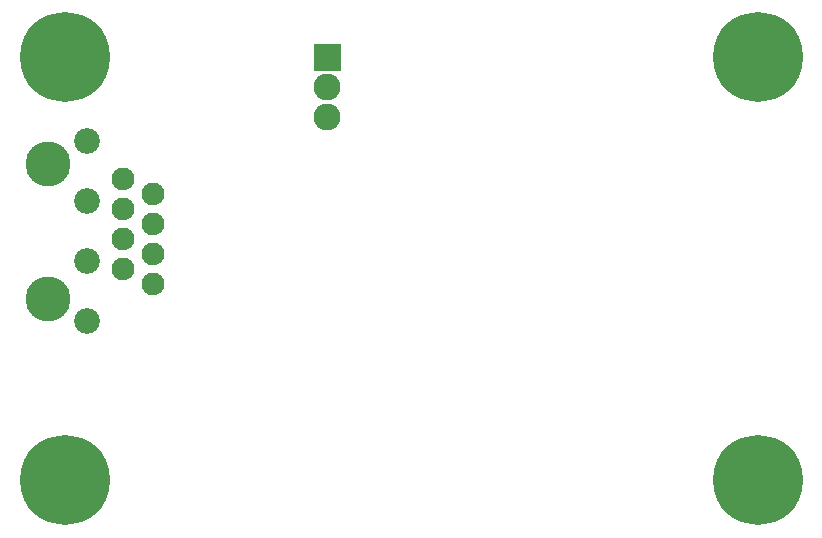
<source format=gbr>
G04 start of page 7 for group -4062 idx -4062 *
G04 Title: (unknown), soldermask *
G04 Creator: pcb 20140316 *
G04 CreationDate: Thu 27 Apr 2017 04:48:59 AM GMT UTC *
G04 For: railfan *
G04 Format: Gerber/RS-274X *
G04 PCB-Dimensions (mil): 2650.00 1750.00 *
G04 PCB-Coordinate-Origin: lower left *
%MOIN*%
%FSLAX25Y25*%
%LNBOTTOMMASK*%
%ADD88C,0.0760*%
%ADD87C,0.1500*%
%ADD86C,0.0860*%
%ADD85C,0.2997*%
%ADD84C,0.0001*%
%ADD83C,0.0900*%
G54D83*X104500Y138000D03*
Y148000D03*
G54D84*G36*
X100000Y162500D02*Y153500D01*
X109000D01*
Y162500D01*
X100000D01*
G37*
G54D85*X17000Y158000D03*
G54D86*X24500Y130000D03*
Y110000D03*
G54D87*X11500Y122500D03*
G54D88*X36500Y117500D03*
X46500Y112500D03*
Y102500D03*
Y92500D03*
Y82500D03*
X36500Y107500D03*
Y97500D03*
Y87500D03*
G54D85*X17000Y17000D03*
G54D86*X24500Y90000D03*
Y70000D03*
G54D87*X11500Y77500D03*
G54D85*X248000Y17000D03*
Y158000D03*
M02*

</source>
